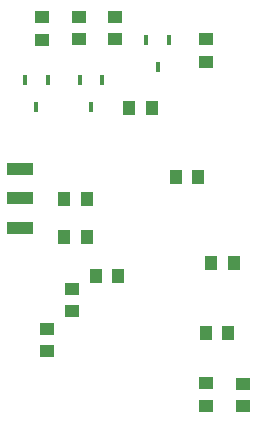
<source format=gbr>
G04 DipTrace 3.0.0.1*
G04 BottomPaste.gbr*
%MOIN*%
G04 #@! TF.FileFunction,Paste,Bot*
G04 #@! TF.Part,Single*
%ADD81R,0.090551X0.03937*%
%ADD83R,0.017717X0.033465*%
%ADD91R,0.051181X0.043307*%
%ADD93R,0.043307X0.051181*%
%FSLAX26Y26*%
G04*
G70*
G90*
G75*
G01*
G04 BotPaste*
%LPD*%
D93*
X1195932Y737533D3*
X1270735D3*
X723360Y1185040D3*
X798163D3*
X723229Y1056431D3*
X798032D3*
X1287664Y970998D3*
X1212861D3*
D83*
X997113Y1715748D3*
X1071916D3*
X1034515Y1625197D3*
X775984Y1580840D3*
X850788D3*
X813386Y1490289D3*
X593439Y1580446D3*
X668242D3*
X630840Y1489895D3*
D91*
X749607Y884646D3*
Y809843D3*
D93*
X902625Y928215D3*
X827822D3*
D91*
X666929Y676378D3*
Y751181D3*
X1319554Y567717D3*
Y492914D3*
X1194620Y570735D3*
Y495932D3*
X1194488Y1717061D3*
Y1642257D3*
D93*
X940026Y1487008D3*
X1014830D3*
X1169160Y1258137D3*
X1094357D3*
D91*
X893045Y1716404D3*
Y1791208D3*
X771391Y1716929D3*
Y1791732D3*
X648688Y1715486D3*
Y1790289D3*
D81*
X574935Y1087664D3*
Y1186089D3*
Y1284515D3*
M02*

</source>
